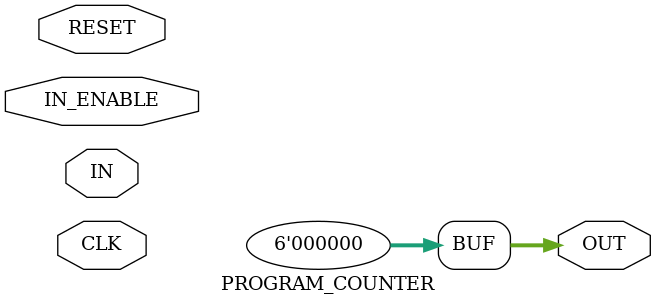
<source format=v>
module PROGRAM_COUNTER(IN,IN_ENABLE,RESET,CLK,OUT);
	input  [5:0] IN;
	input        IN_ENABLE;
	input        RESET;
	input        CLK;
	output [5:0] OUT;

	reg    [5:0] OUT;

	always @(~RESET) begin
		OUT <= 6'b0;
	end

	always @(posedge CLK) begin
		OUT <= RESET ? (IN_ENABLE ? IN : (OUT + 6'b1)) : 6'b0;
	end
endmodule

</source>
